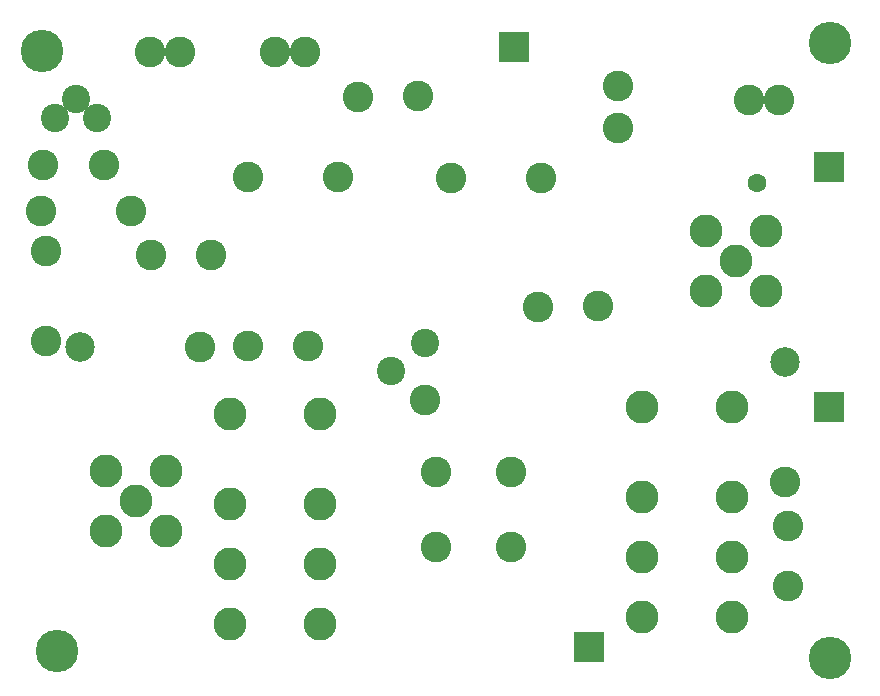
<source format=gbr>
%FSLAX34Y34*%
%MOMM*%
%LNSOLDERMASK_TOP*%
G71*
G01*
%ADD10C,2.600*%
%ADD11C,2.400*%
%ADD12C,2.800*%
%ADD13C,2.600*%
%ADD14C,3.600*%
%ADD15C,2.500*%
%ADD16C,1.600*%
%LPD*%
X161900Y361650D02*
G54D10*
D03*
X110920Y361538D02*
G54D10*
D03*
X337596Y495870D02*
G54D10*
D03*
X286616Y495757D02*
G54D10*
D03*
X617675Y492725D02*
G54D10*
D03*
X643175Y492725D02*
G54D10*
D03*
X342900Y286950D02*
G54D11*
D03*
X314300Y263025D02*
G54D11*
D03*
X342935Y239059D02*
G54D11*
D03*
X73000Y179100D02*
G54D12*
D03*
X123800Y179100D02*
G54D12*
D03*
X98400Y153700D02*
G54D12*
D03*
X123800Y128300D02*
G54D12*
D03*
X73000Y128300D02*
G54D12*
D03*
X193650Y427690D02*
G54D10*
D03*
X269850Y427690D02*
G54D10*
D03*
X506456Y469506D02*
G54D10*
D03*
X506456Y504606D02*
G54D10*
D03*
X352400Y177500D02*
G54D10*
D03*
X415900Y177500D02*
G54D10*
D03*
X415900Y114000D02*
G54D10*
D03*
X352400Y114000D02*
G54D10*
D03*
X254000Y226749D02*
G54D13*
D03*
X352400Y114000D02*
G54D13*
D03*
X415900Y114000D02*
G54D13*
D03*
G36*
X405473Y550698D02*
X431473Y550698D01*
X431473Y524698D01*
X405473Y524698D01*
X405473Y550698D01*
G37*
X31750Y26600D02*
G54D14*
D03*
X685800Y540950D02*
G54D14*
D03*
X685800Y20250D02*
G54D14*
D03*
X177800Y226749D02*
G54D12*
D03*
X254000Y226749D02*
G54D12*
D03*
X177800Y150549D02*
G54D12*
D03*
X177800Y99749D02*
G54D12*
D03*
X177800Y48949D02*
G54D12*
D03*
X254000Y150549D02*
G54D12*
D03*
X254000Y99749D02*
G54D12*
D03*
X254000Y48949D02*
G54D12*
D03*
X152400Y283900D02*
G54D15*
D03*
X50800Y283900D02*
G54D15*
D03*
X244310Y284725D02*
G54D10*
D03*
X193330Y284613D02*
G54D10*
D03*
X152400Y283900D02*
G54D10*
D03*
X152400Y283900D02*
G54D13*
D03*
X244310Y284725D02*
G54D13*
D03*
X581000Y382300D02*
G54D12*
D03*
X631800Y382300D02*
G54D12*
D03*
X606400Y356900D02*
G54D12*
D03*
X631800Y331500D02*
G54D12*
D03*
X581000Y331500D02*
G54D12*
D03*
X527050Y233099D02*
G54D12*
D03*
X603250Y233099D02*
G54D12*
D03*
X527050Y156899D02*
G54D12*
D03*
X527050Y106099D02*
G54D12*
D03*
X527050Y55299D02*
G54D12*
D03*
X603250Y156899D02*
G54D12*
D03*
X603250Y106099D02*
G54D12*
D03*
X603250Y55299D02*
G54D12*
D03*
X647700Y169600D02*
G54D15*
D03*
X647700Y271200D02*
G54D15*
D03*
X650658Y81207D02*
G54D10*
D03*
X650546Y132188D02*
G54D10*
D03*
X110309Y533322D02*
G54D10*
D03*
X135809Y533322D02*
G54D10*
D03*
X647700Y169600D02*
G54D13*
D03*
X650658Y81207D02*
G54D13*
D03*
X506456Y469506D02*
G54D13*
D03*
X603250Y233099D02*
G54D13*
D03*
X365100Y426420D02*
G54D10*
D03*
X441300Y426420D02*
G54D10*
D03*
X489997Y318070D02*
G54D10*
D03*
X439016Y317957D02*
G54D10*
D03*
X342935Y239059D02*
G54D13*
D03*
X286616Y495757D02*
G54D13*
D03*
X269850Y427690D02*
G54D13*
D03*
X65129Y477458D02*
G54D11*
D03*
X47554Y493358D02*
G54D11*
D03*
X29938Y477423D02*
G54D11*
D03*
X20064Y438071D02*
G54D10*
D03*
X71045Y438184D02*
G54D10*
D03*
X17656Y398724D02*
G54D10*
D03*
X93907Y398674D02*
G54D10*
D03*
X22396Y365032D02*
G54D10*
D03*
X22346Y288781D02*
G54D10*
D03*
X215900Y533400D02*
G54D10*
D03*
X241300Y533400D02*
G54D10*
D03*
G36*
X468973Y42698D02*
X494973Y42698D01*
X494973Y16698D01*
X468973Y16698D01*
X468973Y42698D01*
G37*
G36*
X672173Y449098D02*
X698173Y449098D01*
X698173Y423098D01*
X672173Y423098D01*
X672173Y449098D01*
G37*
G36*
X672173Y245898D02*
X698173Y245898D01*
X698173Y219898D01*
X672173Y219898D01*
X672173Y245898D01*
G37*
X19050Y534600D02*
G54D14*
D03*
X624300Y422200D02*
G54D16*
D03*
M02*

</source>
